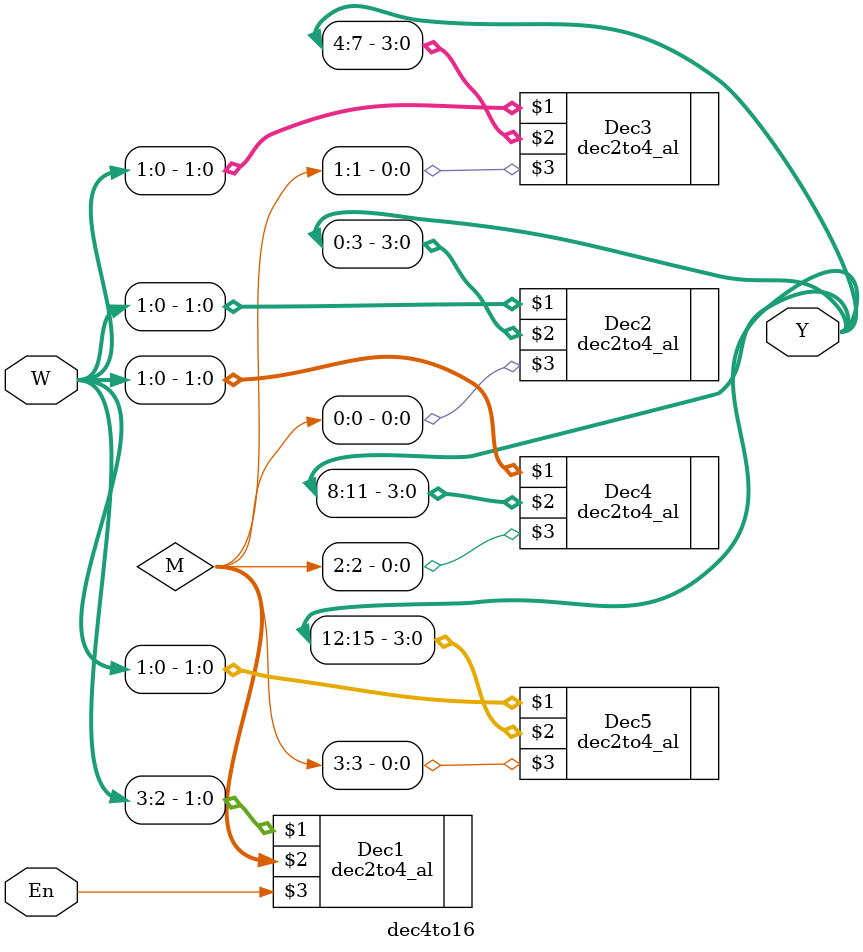
<source format=v>
module dec4to16 (W, Y, En);
    input [3:0] W;
    input En;
    output [0:15] Y;
    wire [0:3] M;
    
    dec2to4_al Dec1 (W[3:2], M[0:3], En);
    dec2to4_al Dec2 (W[1:0], Y[0:3], M[0]);
    dec2to4_al Dec3 (W[1:0], Y[4:7], M[1]);
    dec2to4_al Dec4 (W[1:0], Y[8:11], M[2]);
    dec2to4_al Dec5 (W[1:0], Y[12:15], M[3]);
    
endmodule   
</source>
